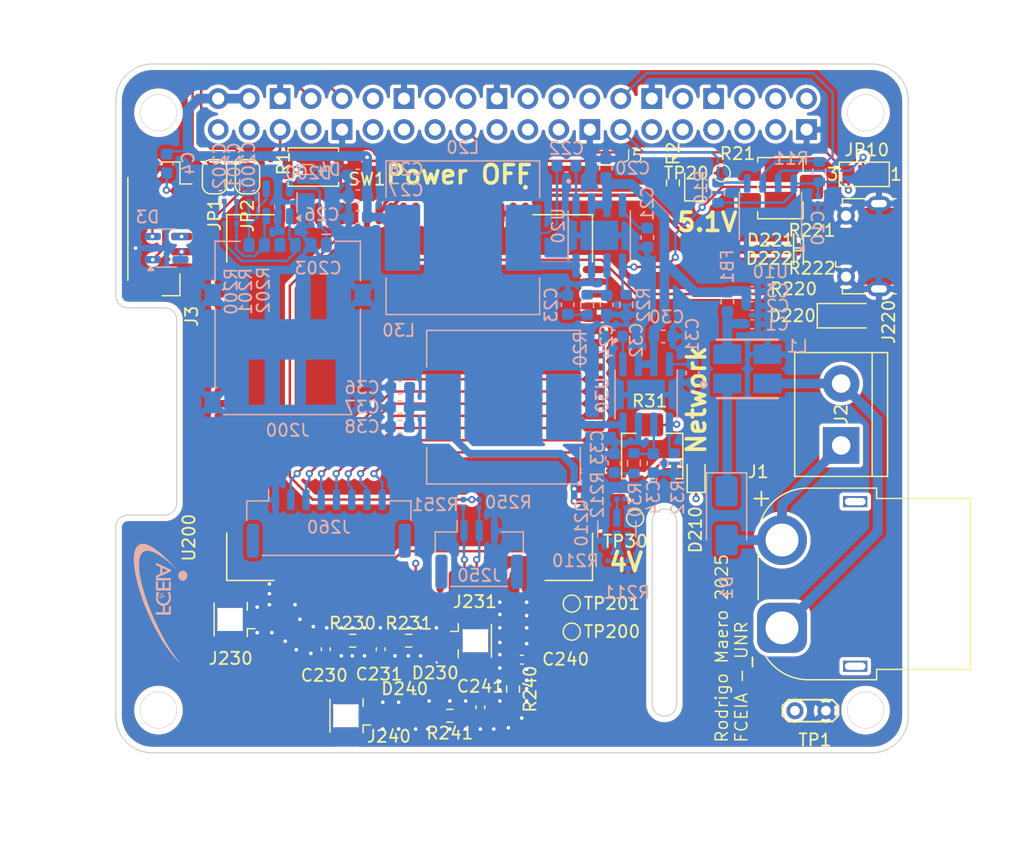
<source format=kicad_pcb>
(kicad_pcb (version 20241229) (generator "pcbnew") (generator_version "9.0")
  (layers (0 "F.Cu" signal) (2 "B.Cu" signal) (13 "F.Paste" user) (15 "B.Paste" user) (5 "F.SilkS" user "F.Silkscreen") (7 "B.SilkS" user "B.Silkscreen") (1 "F.Mask" user) (3 "B.Mask" user) (25 "Edge.Cuts" user))
  (net 0 "")
  (net 1 "GND")
  (net 2 "VCC_BATT")
  (net 3 "+5V")
  (net 4 "Net-(D1-A)")
  (net 5 "USIM_DATA")
  (net 6 "USIM_CLK")
  (net 7 "USIM_RST")
  (net 8 "USIM_VCC")
  (net 9 "Net-(U20-SS)")
  (net 10 "GPIO 3")
  (net 11 "UART0 RX")
  (net 12 "GPIO 13")
  (net 13 "UART0 TX")
  (net 14 "Net-(U20-BST)")
  (net 15 "Net-(U20-SW)")
  (net 16 "Net-(C23-Pad1)")
  (net 17 "Net-(U20-COMP)")
  (net 18 "Net-(C231-Pad1)")
  (net 19 "+5VP")
  (net 20 "Net-(C241-Pad1)")
  (net 21 "Net-(J200-RST)")
  (net 22 "Net-(J200-CLK)")
  (net 23 "GPIO 7")
  (net 24 "GPIO 10")
  (net 25 "GPIO 5")
  (net 26 "GPIO 6")
  (net 27 "GPIO 18")
  (net 28 "GPIO 16")
  (net 29 "GPIO 24")
  (net 30 "GPIO 8")
  (net 31 "GPIO 4")
  (net 32 "GPIO 9")
  (net 33 "GPIO 12")
  (net 34 "GPIO 11")
  (net 35 "GPIO 22")
  (net 36 "GPIO 19")
  (net 37 "GPIO 23")
  (net 38 "GPIO 27")
  (net 39 "Net-(J200-I{slash}O)")
  (net 40 "GPIO 25")
  (net 41 "GPIO 21")
  (net 42 "GPIO 20")
  (net 43 "GPIO 26")
  (net 44 "GPIO 17")
  (net 45 "GPIO 2")
  (net 46 "AUX_ANT")
  (net 47 "MAIN_ANT")
  (net 48 "Net-(U30-SS)")
  (net 49 "Net-(U30-SW)")
  (net 50 "Net-(U30-BST)")
  (net 51 "Net-(U30-COMP)")
  (net 52 "+4V")
  (net 53 "Net-(U30-FB)")
  (net 54 "TX_PX")
  (net 55 "RX_PX")
  (net 56 "I2C_SCL")
  (net 57 "Net-(D210-K)")
  (net 58 "VBUS")
  (net 59 "USB_D+")
  (net 60 "Net-(C1-Pad1)")
  (net 61 "Net-(D230-A2)")
  (net 62 "Net-(D240-A2)")
  (net 64 "Net-(J220-VBUS)")
  (net 66 "GSM_UART_RTS")
  (net 67 "GSM_UART_DTR")
  (net 68 "GSM_UART_DCD")
  (net 69 "I2C_SDA")
  (net 70 "GSM_UART_RI")
  (net 71 "+3V3")
  (net 72 "+1V8")
  (net 73 "NET_LED")
  (net 74 "EEPROM_SDA")
  (net 75 "EEPROM_SCL")
  (net 76 "GSM_UART_CTS")
  (net 77 "GSM_UART_TX")
  (net 78 "GSM_UART_RX")
  (net 79 "Net-(JP10-C)")
  (net 80 "Net-(U20-FB)")
  (net 81 "Net-(Q210-B)")
  (net 82 "Net-(U200-BOOT_CFG0)")
  (net 83 "Net-(U200-STATUS)")
  (net 106 "GNSS_ANT")
  (net 125 "PX_I2C_SCL")
  (net 126 "PX_I2C_DA")
  (net 127 "Net-(C33-Pad1)")
  (net 128 "Net-(D2-K)")
  (net 129 "Net-(Q210-C)")
  (net 130 "Net-(D1-K)")
  (net 131 "Net-(D4-K)")
  (net 132 "Net-(J1-Pin_1)")
  (net 133 "Net-(J220-D-)")
  (net 134 "Net-(J220-D+)")
  (net 135 "USB_D-")
  (footprint "LED_SMD:LED_0603_1608Metric" (layer "F.Cu") (at 169.9 102 90)
    (property "Reference" "D2" (hide yes))
    (property "Value" "LED")
  )
  (footprint "Jumper:SolderJumper-2_P1.3mm_Bridged_RoundedPad1.0x1.5mm" (layer "F.Cu") (at 133.3 101.5 -90)
    (property "Reference" "JP2")
    (property "Value" "Jumper_2_Bridged")
  )
  (footprint "Resistor_SMD:R_0201_0603Metric" (layer "F.Cu") (at 180.5 110.8 -90)
    (property "Reference" "R220")
    (property "Value" "0R")
  )
  (footprint "Resistor_SMD:R_0201_0603Metric" (layer "F.Cu") (at 180.2 107.1 180)
    (property "Reference" "R221")
    (property "Value" "22R")
  )
  (footprint "Diode_SMD:D_0402_1005Metric" (layer "F.Cu") (at 147.0962 145.034121 -90)
    (property "Reference" "D240")
    (property "Value" "SMAJ8.5CA")
  )
  (footprint "Capacitor_SMD:C_0402_1005Metric_Pad0.74x0.62mm_HandSolder" (layer "F.Cu") (at 139.724638 140.256433 -90)
    (property "Reference" "C230")
    (property "Value" "C")
  )
  (footprint "TestPoint:TestPoint_Pad_D1.0mm" (layer "F.Cu") (at 172.2 101.2)
    (property "Reference" "TP20")
    (property "Value" "TestPoint")
  )
  (footprint "Jumper:SolderJumper-2_P1.3mm_Bridged_RoundedPad1.0x1.5mm" (layer "F.Cu") (at 130.6 101.5 -90)
    (property "Reference" "JP1")
    (property "Value" "Jumper_2_Bridged")
  )
  (footprint "Resistor_SMD:R_0201_0603Metric" (layer "F.Cu") (at 180.208503 107.851776 180)
    (property "Reference" "R222")
    (property "Value" "22R")
  )
  (footprint "Diode_SMD:D_SOD-923" (layer "F.Cu") (at 178.5 108.2 -90)
    (property "Reference" "D222")
    (property "Value" "ESD9L5.0ST5G")
  )
  (footprint "Connector_USB:USB_Micro-B_Molex-105017-0001" (layer "F.Cu") (at 183.8625 107.2 90)
    (property "Reference" "J220")
    (property "Value" "USB_B_Micro")
  )
  (footprint "TestPoint:TestPoint_Pad_D1.0mm" (layer "F.Cu") (at 165.1 129.5)
    (property "Reference" "TP30")
    (property "Value" "TestPoint")
  )
  (footprint "Resistor_SMD:R_0603_1608Metric_Pad0.98x0.95mm_HandSolder" (layer "F.Cu") (at 141.924638 139.556433)
    (property "Reference" "R230")
    (property "Value" "0 R")
  )
  (footprint "Connector_Coaxial:U.FL_Hirose_U.FL-R-SMT-1_Vertical" (layer "F.Cu") (at 141.9 145.7125 180)
    (property "Reference" "J240")
    (property "Value" "Conn_Coaxial")
  )
  (footprint "TestPoint:TestPoint_2Pads_Pitch2.54mm_Drill0.8mm" (layer "F.Cu") (at 180.75 145.3 180)
    (property "Reference" "TP1")
    (property "Value" "TestPoint")
  )
  (footprint "Connector_JST:JST_GH_SM06B-GHS-TB_1x06-1MP_P1.25mm_Horizontal" (layer "F.Cu") (at 126.05 105.775 -90)
    (property "Reference" "J3")
    (property "Value" "J1_PX_Socket" (hide yes))
  )
  (footprint "Connector_Coaxial:U.FL_Hirose_U.FL-R-SMT-1_Vertical" (layer "F.Cu") (at 132.4 137.8125 180)
    (property "Reference" "J230")
    (property "Value" "Conn_Coaxial")
  )
  (footprint "Resistor_SMD:R_0603_1608Metric" (layer "F.Cu") (at 168.2 102 90)
    (property "Reference" "R2")
    (property "Value" "270R")
  )
  (footprint "Button_Switch_SMD:SW_Push_SPST_NO_Alps_SKRK" (layer "F.Cu") (at 138.7 100.7)
    (property "Reference" "SW1")
    (property "Value" "SW_Push")
  )
  (footprint "Capacitor_SMD:C_0402_1005Metric_Pad0.74x0.62mm_HandSolder" (layer "F.Cu") (at 152.4 145.0125 90)
    (property "Reference" "C241")
    (property "Value" "C")
  )
  (footprint "Diode_SMD:D_SOD-923" (layer "F.Cu") (at 178.5 106.7 90)
    (property "Reference" "D221")
    (property "Value" "ESD9L5.0ST5G")
  )
  (footprint "Resistor_SMD:R_0201_0603Metric" (layer "F.Cu") (at 135.2 100.4 -90)
    (property "Reference" "R1")
    (property "Value" "270R")
  )
  (footprint "TestPoint:TestPoint_Pad_D1.0mm" (layer "F.Cu") (at 159.9 138.8125)
    (property "Reference" "TP200")
    (property "Value" "TestPoint")
  )
  (footprint "SIM7600:XCVR_SIM7600E" (layer "F.Cu") (at 146.6 119.6125 -90)
    (property "Reference" "U200")
    (property "Value" "SIM7600E")
  )
  (footprint "TestPoint:TestPoint_Pad_D1.0mm" (layer "F.Cu") (at 159.9 136.5125)
    (property "Reference" "TP201")
    (property "Value" "TestPoint")
  )
  (footprint "LED_SMD:LED_0603_1608Metric" (layer "F.Cu") (at 170.1 125.9 90)
    (property "Reference" "D210")
    (property "Value" "LED")
  )
  (footprint "HAT template:RPI_Hat_B+" (layer "F.Cu") (at 155 96.25)
    (property "Reference" "J5")
    (property "Value" "RPi_GPIO")
    (fp_line (start -32.5 -1) (end -32.5 15) (stroke (width 0.1)) (layer "Edge.Cuts"))
    (fp_line (start -32.5 34) (end -32.5 49.5) (stroke (width 0.1)) (layer "Edge.Cuts"))
    (fp_line (start -31.5 16) (end -28.5 16) (stroke (width 0.1)) (layer "Edge.Cuts"))
    (fp_line (start -31.5 33) (end -28.5 33) (stroke (width 0.1)) (layer "Edge.Cuts"))
    (fp_line (start -29.5 -4) (end 29.5 -4) (stroke (width 0.1)) (layer "Edge.Cuts"))
    (fp_line (start -29.5 52.5) (end 29.5 52.5) (stroke (width 0.1)) (layer "Edge.Cuts"))
    (fp_line (start -27.5 17) (end -27.5 32) (stroke (width 0.1)) (layer "Edge.Cuts"))
    (fp_line (start 11.5 33.5) (end 11.5 48.5) (stroke (width 0.1)) (layer "Edge.Cuts"))
    (fp_line (start 13.5 33.5) (end 13.5 48.5) (stroke (width 0.1)) (layer "Edge.Cuts"))
    (fp_line (start 32.5 -1) (end 32.5 49.5) (stroke (width 0.1)) (layer "Edge.Cuts"))
    (fp_arc (start -32.5 -1) (mid -31.62132 -3.12132) (end -29.5 -4) (stroke (width 0.1)) (layer "Edge.Cuts"))
    (fp_arc (start -32.5 34) (mid -32.207107 33.292893) (end -31.5 33) (stroke (width 0.1)) (layer "Edge.Cuts"))
    (fp_arc (start -31.5 16) (mid -32.207107 15.707107) (end -32.5 15) (stroke (width 0.1)) (layer "Edge.Cuts"))
    (fp_arc (start -29.5 52.5) (mid -31.62132 51.62132) (end -32.5 49.5) (stroke (width 0.1)) (layer "Edge.Cuts"))
    (fp_arc (start -28.5 16) (mid -27.792893 16.292893) (end -27.5 17) (stroke (width 0.1)) (layer "Edge.Cuts"))
    (fp_arc (start -27.5 32) (mid -27.792893 32.707107) (end -28.5 33) (stroke (width 0.1)) (layer "Edge.Cuts"))
    (fp_arc (start 11.5 33.5) (mid 12.5 32.5) (end 13.5 33.5) (stroke (width 0.1)) (layer "Edge.Cuts"))
    (fp_arc (start 13.5 48.5) (mid 12.5 49.5) (end 11.5 48.5) (stroke (width 0.1)) (layer "Edge.Cuts"))
    (fp_arc (start 29.5 -4) (mid 31.62132 -3.12132) (end 32.5 -1) (stroke (width 0.1)) (layer "Edge.Cuts"))
    (fp_arc (start 32.5 49.5) (mid 31.62132 51.62132) (end 29.5 52.5) (stroke (width 0.1)) (layer "Edge.Cuts"))
    (fp_circle (center -29 0) (end -30.500001 -0.000001) (stroke (width 0.05)) (fill no) (layer "Edge.Cuts"))
    (fp_circle (center -29 49) (end -30.500001 49.000001) (stroke (width 0.05)) (fill no) (layer "Edge.Cuts"))
    (fp_circle (center 29 0) (end 30.500001 -0.000001) (stroke (width 0.05)) (fill no) (layer "Edge.Cuts"))
    (fp_circle (center 29 49) (end 30.500001 49.000001) (stroke (width 0.05)) (fill no) (layer "Edge.Cuts"))
  )
  (footprint "Potentiometer_SMD:Potentiometer_Bourns_3214X_Vertical" (layer "F.Cu") (at 177.015427 102.335603 90)
    (property "Reference" "R21")
    (property "Value" "200k")
  )
  (footprint "Resistor_SMD:R_0603_1608Metric_Pad0.98x0.95mm_HandSolder" (layer "F.Cu") (at 149.9 145.7125 180)
    (property "Reference" "R241")
    (property "Value" "0 R")
  )
  (footprint "Connector_AMASS:AMASS_XT60PW-F_1x02_P7.20mm_Horizontal" (layer "F.Cu") (at 177.15 138.5 -90)
    (property "Reference" "J1")
    (property "Value" "Conn_01x02_Socket" (hide yes))
  )
  (footprint "Diode_SMD:D_SOD-123" (layer "F.Cu") (at 182.4 112.9)
    (property "Reference" "D220")
    (property "Value" "MMSZ5231BT1G")
  )
  (footprint "Resistor_SMD:R_0603_1608Metric_Pad0.98x0.95mm_HandSolder" (layer "F.Cu") (at 155.08634 143.5235 -90)
    (property "Reference" "R240")
    (property "Value" "0 R")
  )
  (footprint "Resistor_SMD:R_0603_1608Metric_Pad0.98x0.95mm_HandSolder" (layer "F.Cu") (at 146.524638 139.556433)
    (property "Reference" "R231")
    (property "Value" "0 R")
  )
  (footprint "Jumper:SolderJumper-3_P1.3mm_Open_Pad1.0x1.5mm_NumberLabels" (layer "F.Cu") (at 183.9 101.3 180)
    (property "Reference" "JP10")
    (property "Value" "SolderJumper_3_Open")
  )
  (footprint "Capacitor_SMD:C_0402_1005Metric_Pad0.74x0.62mm_HandSolder" (layer "F.Cu") (at 155.8 141.1125)
    (property "Reference" "C240")
    (property "Value" "C")
  )
  (footprint "Diode_SMD:D_0402_1005Metric" (layer "F.Cu") (at 148.824638 140.245771 90)
    (property "Reference" "D230")
    (property "Value" "SMAJ8.5CA")
  )
  (footprint "Capacitor_SMD:C_0402_1005Metric_Pad0.74x0.62mm_HandSolder" (layer "F.Cu") (at 144.224638 140.256433 -90)
    (property "Reference" "C231")
    (property "Value" "C")
  )
  (footprint "Connector_Coaxial:U.FL_Hirose_U.FL-R-SMT-1_Vertical" (layer "F.Cu") (at 151.474638 139.556433)
    (property "Reference" "J231")
    (property "Value" "Conn_Coaxial")
  )
  (footprint "Potentiometer_SMD:Potentiometer_Bourns_3214X_Vertical" (layer "F.Cu") (at 166.4 124.4 180)
    (property "Reference" "R31")
    (property "Value" "200k")
  )
  (footprint "TerminalBlock:TerminalBlock_bornier-2_P5.08mm" (layer "F.Cu") (at 182 123.54 90)
    (property "Reference" "J2")
    (property "Value" "Screw_Terminal_01x02" (hide yes))
  )
  (footprint "Resistor_SMD:R_0201_0603Metric" (layer "B.Cu") (at 132.4 105 -90)
    (property "Reference" "R201")
    (property "Value" "22R")
  )
  (footprint "regulador BUCK:SOIC127P600X170-9N" (layer "B.Cu") (at 166 119.355 -90)
    (property "Reference" "U30")
    (property "Value" "AP64501SP-13")
  )
  (footprint "Capacitor_SMD:C_0402_1005Metric" (layer "B.Cu") (at 174.7 110.870329)
    (property "Reference" "C3")
    (property "Value" "100 uF 16V")
  )
  (footprint "Capacitor_SMD:C_0603_1608Metric" (layer "B.Cu") (at 169.8 117.6 -90)
    (property "Reference" "C31")
    (property "Value" "10 nF")
  )
  (footprint "Capacitor_SMD:C_0603_1608Metric" (layer "B.Cu") (at 166.1 106.485 -90)
    (property "Reference" "C21")
    (property "Value" "10 nF")
  )
  (footprint "Capacitor_SMD:C_0603_1608Metric" (layer "B.Cu") (at 145.825 118.8 180)
    (property "Reference" "C36")
    (property "Value" "22 uF")
  )
  (footprint "Resistor_SMD:R_0603_1608Metric" (layer "B.Cu") (at 168.3 125 -90)
    (property "Reference" "R32")
    (property "Value" "22.1 k")
  )
  (footprint "Package_TO_SOT_SMD:SOT-23" (layer "B.Cu") (at 163.6 130.4 90)
    (property "Reference" "Q210")
    (property "Value" "Q_NPN")
  )
  (footprint "Inductor_SMD:L_12x12mm_H8mm" (layer "B.Cu") (at 150.965 106.5 180)
    (property "Reference" "L20")
    (property "Value" "3.6uH")
  )
  (footprint "Capacitor_SMD:C_0603_1608Metric" (layer "B.Cu") (at 145.8 120.4 180)
    (property "Reference" "C37")
    (property "Value" "22 uF")
  )
  (footprint "Package_TO_SOT_SMD:SOT-23-5" (layer "B.Cu") (at 135.8 103.6 90)
    (property "Reference" "D200")
    (property "Value" "ESDS304")
  )
  (footprint "Capacitor_SMD:C_0603_1608Metric" (layer "B.Cu") (at 159.465 100.6 180)
    (property "Reference" "C22")
    (property "Value" "100nF")
  )
  (footprint "Capacitor_SMD:C_0603_1608Metric" (layer "B.Cu") (at 163.4 125 90)
    (property "Reference" "C33")
    (property "Value" "2.7 nF")
  )
  (footprint "Resistor_SMD:R_0201_0603Metric" (layer "B.Cu") (at 163.9 127.937073 180)
    (property "Reference" "R212")
    (property "Value" "300R")
  )
  (footprint "Resistor_SMD:R_0603_1608Metric" (layer "B.Cu") (at 161.165 112 -90)
    (property "Reference" "R20")
    (property "Value" "15.8 k")
  )
  (footprint "LOGO" (layer "B.Cu") (at 126 136.6 90)
    (property "Reference" "G***" (hide yes))
    (property "Value" "LOGO" (hide yes))
  )
  (footprint "Resistor_SMD:R_0201_0603Metric" (layer "B.Cu") (at 151 128.3 -90)
    (property "Reference" "R251")
    (property "Value" "2.2 k")
  )
  (footprint "Capacitor_SMD:C_0402_1005Metric" (layer "B.Cu") (at 174.7 112.1)
    (property "Reference" "C2")
    (property "Value" "100 nF")
  )
  (footprint "regulador BUCK:SOIC127P600X170-9N" (layer "B.Cu") (at 162.155 106.31 -90)
    (property "Reference" "U20")
    (property "Value" "AP64501SP-13" (hide yes))
  )
  (footprint "Capacitor_SMD:C_0402_1005Metric" (layer "B.Cu") (at 174.7 113.6)
    (property "Reference" "C1")
    (property "Value" "100 nF")
  )
  (footprint "Package_TO_SOT_SMD:SOT-23-5" (layer "B.Cu") (at 126.666293 107.350279)
    (property "Reference" "D3")
    (property "Value" "ESDS304")
  )
  (footprint "Capacitor_SMD:C_0603_1608Metric" (layer "B.Cu") (at 142.365 103.1 180)
    (property "Reference" "C27")
    (property "Value" "22 uF")
  )
  (footprint "Resistor_SMD:R_0201_0603Metric" (layer "B.Cu") (at 163.2 133)
    (property "Reference" "R210")
    (property "Value" "10 k")
  )
  (footprint "Connector_JST:JST_GH_BM08B-GHS-TBT_1x08-1MP_P1.25mm_Vertical" (layer "B.Cu") (at 139.975 129.95)
    (property "Reference" "J260")
    (property "Value" "Conn_01x08_Socket")
  )
  (footprint "Capacitor_SMD:C_0603_1608Metric" (layer "B.Cu") (at 163.3 114.6 180)
    (property "Reference" "C32")
    (property "Value" "100nF")
  )
  (footprint "Capacitor_SMD:C_0201_0603Metric" (layer "B.Cu") (at 132.4 103.2 90)
    (property "Reference" "C201")
    (property "Value" "22 pF")
  )
  (footprint "Resistor_SMD:R_0201_0603Metric" (layer "B.Cu") (at 133.4 105 -90)
    (property "Reference" "R202")
    (property "Value" "22R")
  )
  (footprint "Capacitor_SMD:C_0201_0603Metric" (layer "B.Cu") (at 180.1 103.4 -90)
    (property "Reference" "C10")
    (property "Value" "C")
  )
  (footprint "Package_SO:JEITA_SOIC-8_3.9x4.9mm_P1.27mm" (layer "B.Cu") (at 176.2 104.7 90)
    (property "Reference" "U10")
    (property "Value" "CAT24C128")
  )
  (footprint "Capacitor_SMD:C_0603_1608Metric" (layer "B.Cu") (at 159.565 112 90)
    (property "Reference" "C23")
    (property "Value" "2.7 nF")
  )
  (footprint "Capacitor_SMD:C_0603_1608Metric" (layer "B.Cu") (at 142.365 101.4 180)
    (property "Reference" "C28")
    (property "Value" "22 uF")
  )
  (footprint "Connector_Card:nanoSIM_GCT_SIM8060-6-0-14-00" (layer "B.Cu") (at 136.6 113.9 180)
    (property "Reference" "J200")
    (property "Value" "SIM_Card_Shielded")
  )
  (footprint "Resistor_SMD:R_0201_0603Metric" (layer "B.Cu") (at 164.5 133.3 90)
    (property "Reference" "R211")
    (property "Value" "10 k")
  )
  (footprint "Capacitor_SMD:C_0603_1608Metric" (layer "B.Cu") (at 142.365 104.8 180)
    (property "Reference" "C26")
    (property "Value" "22 uF")
  )
  (footprint "Resistor_SMD:R_0603_1608Metric" (layer "B.Cu") (at 165 125 -90)
    (property "Reference" "R30")
    (property "Value" "15.8 k")
  )
  (footprint "Resistor_SMD:R_0201_0603Metric" (layer "B.Cu") (at 152.3 128.3 -90)
    (property "Reference" "R250")
    (property "Value" "2.2 k")
  )
  (footprint "Capacitor_SMD:C_0201_0603Metric" (layer "B.Cu") (at 131.4 103.2 90)
    (property "Reference" "C202")
    (property "Value" "22 pF")
  )
  (footprint "Capacitor_SMD:C_0603_1608Metric" (layer "B.Cu") (at 167.4 114.6)
    (property "Reference" "C30")
    (property "Value" "10 uF")
  )
  (footprint "Capacitor_SMD:C_0603_1608Metric" (layer "B.Cu") (at 145.8 122 180)
    (property "Reference" "C38")
    (property "Value" "22 uF")
  )
  (footprint "Common mode CHOKE:FIL_SRF0504-191Y" (layer "B.Cu") (at 174.312958 117.257829)
    (property "Reference" "L1")
    (property "Value" "SRF0504-191Y")
  )
  (footprint "Inductor_SMD:L_12x12mm_H8mm" (layer "B.Cu") (at 154.3 120.4 180)
    (property "Reference" "L30")
    (property "Value" "3.6uH")
  )
  (footprint "Capacitor_SMD:C_0201_0603Metric" (layer "B.Cu") (at 133.4 103.2 90)
    (property "Reference" "C200")
    (property "Value" "22 pF")
  )
  (footprint "Capacitor_SMD:C_0603_1608Metric" (layer "B.Cu") (at 162.7 100.8 90)
    (property "Reference" "C20")
    (property "Value" "10 uF")
  )
  (footprint "Resistor_SMD:R_0603_1608Metric" (layer "B.Cu") (at 180.2 101.1 90)
    (property "Reference" "R11")
    (property "Value" "1 k")
  )
  (footprint "Resistor_SMD:R_0603_1608Metric" (layer "B.Cu") (at 164.365 112 -90)
    (property "Reference" "R22")
    (property "Value" "22.1 k")
  )
  (footprint "Diode_SMD:D_SMA" (layer "B.Cu") (at 172.6 129.3 -90)
    (property "Reference" "D1")
    (property "Value" "D")
  )
  (footprint "Connector_JST:JST_GH_BM03B-GHS-TBT_1x03-1MP_P1.25mm_Vertical" (layer "B.Cu") (at 152.310877 132.494141)
    (property "Reference" "J250")
    (property "Value" "Conn_01x03_Socket")
  )
  (footprint "Diode_SMD:D_SOD-923" (layer "B.Cu") (at 138.2 100.9)
    (property "Reference" "D4")
    (property "Value" "MMSZ5231BT1G")
  )
  (footprint "Inductor_SMD:L_0603_1608Metric" (layer "B.Cu") (at 172.664662 111.761221 90)
    (property "Reference" "FB1")
    (property "Value" "MPZ1608S300ATAH0")
  )
  (footprint "Capacitor_SMD:C_0201_0603Metric" (layer "B.Cu") (at 138.9 105.5 180)
    (property "Reference" "C203")
    (property "Value" "100 nF")
  )
  (footprint "Resistor_SMD:R_0201_0603Metric" (layer "B.Cu") (at 131.4 105 -90)
    (property "Reference" "R200")
    (property "Value" "22R")
  )
  (footprint "Capacitor_SMD:C_0603_1608Metric" (layer "B.Cu") (at 162.765 112 -90)
    (property "Reference" "C24")
    (property "Value" "33 pF")
  )
  (footprint "Resistor_SMD:R_0603_1608Metric" (layer "B.Cu") (at 171.9 102.8 90)
    (property "Reference" "R10")
    (property "Value" "1 k")
  )
  (footprint "Capacitor_SMD:C_0603_1608Metric" (layer "B.Cu") (at 126.675 100.4 -90)
    (property "Reference" "C4")
    (property "Value" "100pF" (hide yes))
  )
  (footprint "Capacitor_SMD:C_0603_1608Metric" (layer "B.Cu") (at 166.6 125 -90)
    (property "Reference" "C34")
    (property "Value" "33 pF")
  )
  (gr_text "Network" (at 171 124.4 90) (layer "F.SilkS") (effects (font (size 1.5 1.5) (thickness 0.3) (bold yes)) (justify left bottom)))
  (gr_text "5.1V" (at 168.4 106.1 0) (layer "F.SilkS") (effects (font (size 1.5 1.5) (thickness 0.3) (bold yes)) (justify left bottom)))
  (gr_text "Rodrigo Maero 2025\nFCEIA - UNR" (at 174.4 148 90) (layer "F.SilkS") (effects (font (size 1 1) (thickness 0.125)) (justify left bottom)))
  (gr_text "Power OFF" (at 144.5 102.2 0) (layer "F.SilkS") (effects (font (size 1.5 1.5) (thickness 0.3) (bold yes)) (justify left bottom)))
  (gr_text "4V" (at 162.8 134 0) (layer "F.SilkS") (effects (font (size 1.5 1.5) (thickness 0.3) (bold yes)) (justify left bottom)))
  (segment (start 161.38 97.628) (end 161.442 97.628) (width 0.2) (layer "F.Cu") (net 1))
  (segment (start 161.38 97.62) (end 161.38 97.628) (width 0.2) (layer "F.Cu") (net 1))
  (via (at 141.9 140.8) (size 0.6) (drill 0.3) (layers "F.Cu" "B.Cu") (net 1))
  (via (at 156.2 136.4) (size 0.6) (drill 0.3) (layers "F.Cu" "B.Cu") (net 1))
  (via (at 154 142.9) (size 0.6) (drill 0.3) (layers "F.Cu" "B.Cu") (net 1))
  (via (at 147.5 138.5) (size 0.6) (drill 0.3) (layers "F.Cu" "B.Cu") (net 1))
  (via (at 145.4 138.5) (size 0.6) (drill 0.3) (layers "F.Cu" "B.Cu") (net 1))
  (via (at 151.2 144.5) (size 0.6) (drill 0.3) (layers "F.Cu" "B.Cu") (net 1))
  (via (at 156.2 138.5) (size 0.6) (drill 0.3) (layers "F.Cu" "B.Cu") (net 1))
  (via (at 141.9 138.5) (size 0.6) (drill 0.3) (layers "F.Cu" "B.Cu") (net 1))
  (via (at 137.6 137.8) (size 0.6) (drill 0.3) (layers "F.Cu" "B.Cu") (net 1))
  (via (at 148.8 138.5) (size 0.6) (drill 0.3) (layers "F.Cu" "B.Cu") (net 1))
  (via (at 156.2 143.5) (size 0.6) (drill 0.3) (layers "F.Cu" "B.Cu") (net 1))
  (via (at 139.8 138.5) (size 0.6) (drill 0.3) (layers "F.Cu" "B.Cu") (net 1))
  (via (at 135.1 134.9) (size 0.6) (drill 0.3) (layers "F.Cu" "B.Cu") (net 1))
  (via (at 144.2 138.5) (size 0.6) (drill 0.3) (layers "F.Cu" "B.Cu") (net 1))
  (via (at 142.9 138.5) (size 0.6) (drill 0.3) (layers "F.Cu" "B.Cu") (net 1))
  (via (at 156.2 139.8) (size 0.6) (drill 0.3) (layers "F.Cu" "B.Cu") (net 1))
  (via (at 135.3 138.9) (size 0.6) (drill 0.3) (layers "F.Cu" "B.Cu") (net 1))
  (via (at 145.7 144.6) (size 0.6) (drill 0.3) (layers "F.Cu" "B.Cu") (net 1))
  (via (at 146.5 138.5) (size 0.6) (drill 0.3) (layers "F.Cu" "B.Cu") (net 1))
  (via (at 154 138.5) (size 0.6) (drill 0.3) (layers "F.Cu" "B.Cu") (net 1))
  (via (at 135.1 135.7) (size 0.6) (drill 0.3) (layers "F.Cu" "B.Cu") (net 1))
  (via (at 156.2 141.9) (size 0.6) (drill 0.3) (layers "F.Cu" "B.Cu") (net 1))
  (via (at 147.5 140.8) (size 0.6) (drill 0.3) (layers "F.Cu" "B.Cu") (net 1))
  (via (at 152.4 146.8) (size 0.6) (drill 0.3) (layers "F.Cu" "B.Cu") (net 1))
  (via (at 154 143.6) (size 0.6) (drill 0.3) (layers "F.Cu" "B.Cu") (net 1))
  (via (at 149.9 144.5) (size 0.6) (drill 0.3) (layers "F.Cu" "B.Cu") (net 1))
  (via (at 146.5 140.8) (size 0.6) (drill 0.3) (layers "F.Cu" "B.Cu") (net 1))
  (via (at 145.7 146.8) (size 0.6) (drill 0.3) (layers "F.Cu" "B.Cu") (net 1))
  (via (at 154.7 146.7) (size 0.6) (drill 0.3) (layers "F.Cu" "B.Cu") (net 1))
  (via (at 156.2 144.5) (size 0.6) (drill 0.3) (layers "F.Cu" "B.Cu") (net 1))
  (via (at 138.5 140.6) (size 0.6) (drill 0.3) (layers "F.Cu" "B.Cu") (net 1))
  (via (at 151.2 146.8) (size 0.6) (drill 0.3) (layers "F.Cu" "B.Cu") (net 1))
  (via (at 145.4 140.8) (size 0.6) (drill 0.3) (layers "F.Cu" "B.Cu") (net 1))
  (via (at 137.2 136.6) (size 0.6) (drill 0.3) (layers "F.Cu" "B.Cu") (net 1))
  (via (at 135.1 136.6) (size 0.6) (drill 0.3) (layers "F.Cu" "B.Cu") (net 1))
  (via (at 142.9 140.8) (size 0.6) (drill 0.3) (layers "F.Cu" "B.Cu") (net 1))
  (via (at 137.3 140.3) (size 0.6) (drill 0.3) (layers "F.Cu" "B.Cu") (net 1))
  (via (at 141 138.5) (size 0.6) (drill 0.3) (layers "F.Cu" "B.Cu") (net 1))
  (via (at 148.1 146.8) (size 0.6) (drill 0.3) (layers "F.Cu" "B.Cu") (net 1))
  (via (at 156.2 142.8) (size 0.6) (drill 0.3) (layers "F.Cu" "B.Cu") (net 1))
  (via (at 154 141.8) (size 0.6) (drill 0.3) (layers "F.Cu" "B.Cu") (net 1))
  (via (at 134.1 136.8) (size 0.6) (drill 0.3) (layers "F.Cu" "B.Cu") (net 1))
  (via (at 124.116293 107.350279) (size 0.6) (drill 0.3) (layers "F.Cu" "B.Cu") (net 1))
  (via (at 149.9 146.8) (size 0.6) (drill 0.3) (layers "F.Cu" "B.Cu") (net 1))
  (via (at 154 137.4) (size 0.6) (drill 0.3) (layers "F.Cu" "B.Cu") (net 1))
  (via (at 147.1 146.8) (size 0.6) (drill 0.3) (layers "F.Cu" "B.Cu") (net 1))
  (via (at 141 140.8) (size 0.6) (drill 0.3) (layers "F.Cu" "B.Cu") (net 1))
  (via (at 153.5 146.8) (size 0.6) (drill 0.3) (layers "F.Cu" "B.Cu") (net 1))
  (via (at 154 136.4) (size 0.6) (drill 0.3) (layers "F.Cu" "B.Cu") (net 1))
  (via (at 138.7 138.4) (size 0.6) (drill 0.3) (layers "F.Cu" "B.Cu") (net 1))
  (via (at 156.2 137.5) (size 0.6) (drill 0.3) (layers "F.Cu" "B.Cu") (net 1))
  (via (at 154 139.7) (size 0.6) (drill 0.3) (layers "F.Cu" "B.Cu") (net 1))
  (via (at 148.2 144.5) (size 0.6) (drill 0.3) (layers "F.Cu" "B.Cu") (net 1))
  (via (at 154 140.7) (size 0.6) (drill 0.3) (layers "F.Cu" "B.Cu") (net 1))
  (via (at 136.4 139.6) (size 0.6) (drill 0.3) (layers "F.Cu" "B.Cu") (net 1))
  (via (at 154 144.5) (size 0.6) (drill 0.3) (layers "F.Cu" "B.Cu") (net 1))
  (via (at 155.8 145.9) (size 0.6) (drill 0.3) (layers "F.Cu" "B.Cu") (net 1))
  (via (at 144.4 144.6) (size 0.6) (drill 0.3) (layers "F.Cu" "B.Cu") (net 1))
  (via (at 144.4 146.8) (size 0.6) (drill 0.3) (layers "F.Cu" "B.Cu") (net 1))
  (via (at 134.1 138.9) (size 0.6) (drill 0.3) (layers "F.Cu" "B.Cu") (net 1))
  (segment (start 135.8 104.7375) (end 135.8 103.6) (width 0.2) (layer "B.Cu") (net 1))
  (segment (start 125.528793 107.350279) (end 124.116293 107.350279) (width 0.2) (layer "B.Cu") (net 1))
  (segment (start 162.79 103.835) (end 161.52 103.835) (width 0.6) (layer "B.Cu") (net 2))
  (segment (start 169.999514 110.973721) (end 172.664662 110.973721) (width 0.8) (layer "B.Cu") (net 2))
  (segment (start 166.635 116.88) (end 165.365 116.88) (width 0.6) (layer "B.Cu") (net 2))
  (segment (start 167.499 108.473207) (end 169.999514 110.973721) (width 0.8) (layer "B.Cu") (net 2))
  (segment (start 162.7 101.575) (end 162.7 102.006503) (width 0.8) (layer "B.Cu") (net 2))
  (segment (start 164.8 102.1) (end 162.793497 102.1) (width 0.8) (layer "B.Cu") (net 2))
  (segment (start 167.6 113.1) (end 167.6 113) (width 0.8) (layer "B.Cu") (net 2))
  (segment (start 166.625 116.87) (end 166.635 116.88) (width 0.6) (layer "B.Cu") (net 2))
  (segment (start 174.22 110.870329) (end 172.768054 110.870329) (width 0.8) (layer "B.Cu") (net 2))
  (segment (start 162.7 102.006503) (end 162.793497 102.1) (width 0.8) (layer "B.Cu") (net 2))
  (segment (start 162.793497 102.1) (end 162.793497 103.831503) (width 0.8) (layer "B.Cu") (net 2))
  (segment (start 167.6 113) (end 167.499 112.899) (width 0.8) (layer "B.Cu") (net 2))
  (segment (start 166.625 114.6) (end 166.625 116.87) (width 0.6) (layer "B.Cu") (net 2))
  (segment (start 166.625 114.075) (end 167.6 113.1) (width 0.8) (layer "B.Cu") (net 2))
  (segment (start 174.22 112.1) (end 174.22 110.870329) (width 0.8) (layer "B.Cu") (net 2))
  (segment (start 167.499 108.473207) (end 167.499 104.799) (width 0.8) (layer "B.Cu") (net 2))
  (segment (start 172.768054 110.870329) (end 172.664662 110.973721) (width 0.8) (layer "B.Cu") (net 2))
  (segment (start 162.793497 103.831503) (end 162.79 103.835) (width 0.8) (layer "B.Cu") (net 2))
  (segment (start 167.499 104.799) (end 164.8 102.1) (width 0.8) (layer "B.Cu") (net 2))
  (segment (start 167.499 112.899) (end 167.499 108.473207) (width 0.8) (layer "B.Cu") (net 2))
  (segment (start 166.625 114.6) (end 166.625 114.075) (width 0.8) (layer "B.Cu") (net 2))
  (segment (start 143.415 100.2) (end 143.115 99.9) (width 0.2) (layer "F.Cu") (net 3))
  (segment (start 174.465427 101.185603) (end 172.214397 101.185603) (width 0.2) (layer "F.Cu") (net 3))
  (segment (start 172.2 101.2) (end 169.9125 101.2) (width 0.2) (layer "F.Cu") (net 3))
  (segment (start 168.8875 100.2) (end 143.415 100.2) (width 0.2) (layer "F.Cu") (net 3))
  (segment (start 172.214397 101.185603) (end 172.2 101.2) (width 0.2) (layer "F.Cu") (net 3))
  (segment (start 130.9 95.088) (end 130.822 95.088) (width 1.1) (layer "F.Cu") (net 3))
  (segment (start 169.9 101.2125) (end 168.8875 100.2) (width 0.2) (layer "F.Cu") (net 3))
  (segment (start 169.9125 101.2) (end 169.9 101.2125) (width 0.2) (layer "F.Cu") (net 3))
  (via (at 143.115 99.9) (size 0.6) (drill 0.3) (layers "F.Cu" "B.Cu") (net 3))
  (segment (start 128.4 99.1) (end 128.4 96) (width 0.8) (layer "B.Cu") (net 3))
  (segment (start 128.1 99.4) (end 128.4 99.1) (width 0.2) (layer "B.Cu") (net 3))
  (segment (start 128.7 99.4) (end 128.4 99.1) (width 0.8) (layer "B.Cu") (net 3))
  (segment (start 129.1 99.8) (end 143.015 99.8) (width 0.8) (layer "B.Cu") (net 3))
  (segment (start 128.4 96) (end 129.312 95.088) (width 0.8) (layer "B.Cu") (net 3))
  (segment (start 130.9 95.088) (end 133.44 95.088) (width 0.8) (layer "B.Cu") (net 3))
  (segment (start 143.14 103.1) (end 143.14 104.8) (width 0.7) (layer "B.Cu") (net 3))
  (segment (start 126.675 99.625) (end 126.9 99.4) (width 0.2) (layer "B.Cu") (net 3))
  (segment (start 129.312 95.088) (end 130.9 95.088) (width 0.8) (layer "B.Cu") (net 3))
  (segment (start 126.9 99.4) (end 128.1 99.4) (width 0.2) (layer "B.Cu") (net 3))
  (segment (start 143.115 99.9) (end 143.115 103.3) (width 0.8) (layer "B.Cu") (net 3))
  (segment (start 128.7 99.4) (end 129.1 99.8) (width 0.8) (layer "B.Cu") (net 3))
  (segment (start 143.14 104.8) (end 144.315 104.8) (width 0.7) (layer "B.Cu") (net 3))
  (segment (start 143.015 99.8) (end 143.115 99.9) (width 0.8) (layer "B.Cu") (net 3))
  (segment (start 144.315 104.8) (end 146.015 106.5) (width 0.7) (layer "B.Cu") (net 3))
  (segment (start 128.1 99.4) (end 128.7 99.4) (width 0.2) (layer "B.Cu") (net 3))
  (segment (start 177.15 128.39) (end 177.15 131.3) (width 0.8) (layer "B.Cu") (net 4))
  (segment (start 182 123.54) (end 177.15 128.39) (width 0.8) (layer "B.Cu") (net 4))
  (segment (start 177.15 131.3) (end 172.6 131.3) (width 0.8) (layer "B.Cu") (net 4))
  (segment (start 133.4 104) (end 133.4 103.52) (width 0.2) (layer "B.Cu") (net 5))
  (segment (start 133.4 104.68) (end 133.4 104) (width 0.2) (layer "B.Cu") (net 5))
  (segment (start 132.4 104.68) (end 132.4 104.2) (width 0.2) (layer "B.Cu") (net 6))
  (segment (start 132.4 104.2) (end 132.4 103.52) (width 0.2) (layer "B.Cu") (net 6))
  (segment (start 131.4 104.68) (end 131.4 104.2) (width 0.2) (layer "B.Cu") (net 7))
  (segment (start 131.4 104.2) (end 131.4 103.52) (width 0.2) (layer "B.Cu") (net 7))
  (segment (start 136.75 102.4625) (end 137.4 102.4625) (width 0.2) (layer "B.Cu") (net 8))
  (segment (start 139.22 102.72) (end 139.22 105.5) (width 0.2) (layer "B.Cu") (net 8))
  (segment (start 137.4 102.4625) (end 138.9625 102.4625) (width 0.2) (layer "B.Cu") (net 8))
  (segment (start 138.9625 102.4625) (end 139.22 102.72) (width 0.2) (layer "B.Cu") (net 8))
  (segment (start 139.77 106.05) (end 139.77 107.1) (width 0.2) (layer "B.Cu") (net 8))
  (segment (start 139.22 105.5) (end 139.77 106.05) (width 0.2) (layer "B.Cu") (net 8))
  (segment (start 164.06 104.345) (end 164.06 103.835) (width 0.2) (layer "B.Cu") (net 9))
  (segment (start 166.1 105.71) (end 165.425 105.71) (width 0.2) (layer "B.Cu") (net 9))
  (segment (start 165.425 105.71) (end 164.06 104.345) (width 0.2) (layer "B.Cu") (net 9))
  (segment (start 135.98 99.3) (end 135.2 100.08) (width 0.2) (layer "F.Cu") (net 10))
  (segment (start 135.95 97.658) (end 135.98 97.628) (width 0.2) (layer "F.Cu") (net 10))
  (segment (start 135.98 97.628) (end 135.98 99.3) (width 0.2) (layer "F.Cu") (net 10))
  (segment (start 141.06 95.088) (end 138.872 92.9) (width 0.2) (layer "F.Cu") (net 11))
  (segment (start 130.1 92.9) (end 128.8 94.2) (width 0.2) (layer "F.Cu") (net 11))
  (segment (start 138.872 92.9) (end 130.1 92.9) (width 0.2) (layer "F.Cu") (net 11))
  (segment (start 128.8 94.2) (end 128.8 99.05) (width 0.2) (layer "F.Cu") (net 11))
  (segment (start 128.8 99.05) (end 130.6 100.85) (width 0.2) (layer "F.Cu") (net 11))
  (segment (start 129.501 94.399) (end 129.501 98.401) (width 0.2) (layer "F.Cu") (net 13))
  (segment (start 133.3 100.2) (end 133.3 100.85) (width 0.2) (layer "F.Cu") (net 13))
  (segment (start 130.4 93.5) (end 129.501 94.399) (width 0.2) (layer "F.Cu") (net 13))
  (segment (start 132.3 99.2) (end 133.3 100.2) (width 0.2) (layer "F.Cu") (net 13))
  (segment (start 129.501 98.401) (end 130.3 99.2) (width 0.2) (layer "F.Cu") (net 13))
  (segment (start 136.932 93.5) (end 130.4 93.5) (width 0.2) (layer "F.Cu") (net 13))
  (segment (start 138.52 95.088) (end 136.932 93.5) (width 0.2) (layer "F.Cu") (net 13))
  (segment (start 130.3 99.2) (end 132.3 99.2) (width 0.2) (layer "F.Cu") (net 13))
  (segment (start 160.25 103.835) (end 160.25 100.61) (width 0.2) (layer "B.Cu") (net 14))
  (segment (start 158.765 108.785) (end 156.1 108.785) (width 0.7) (layer "B.Cu") (net 15))
  (segment (start 160.25 108.785) (end 158.765 108.785) (width 0.7) (layer "B.Cu") (net 15))
  (segment (start 158.69 105.375) (end 158.69 100.6) (width 0.2) (layer "B.Cu") (net 15))
  (segment (start 157.965 106.1) (end 158.69 105.375) (width 0.2) (layer "B.Cu") (net 15))
  (segment (start 157.065 106.1) (end 157.965 106.1) (width 0.2) (layer "B.Cu") (net 15))
  (segment (start 161.165 112.825) (end 159.615 112.825) (width 0.2) (layer "B.Cu") (net 16))
  (segment (start 159.615 112.825) (end 159.565 112.775) (width 0.2) (layer "B.Cu") (net 16))
  (segment (start 162.765 110.975) (end 161.215 110.975) (width 0.2) (layer "B.Cu") (net 17))
  (segment (start 162.79 111.075) (end 162.79 108.785) (width 0.2) (layer "B.Cu") (net 17))
  (segment (start 145.612138 139.556433) (end 142.837138 139.556433) (width 1) (layer "F.Cu") (net 18))
  (segment (start 127.9 102.65) (end 126.7 102.65) (width 0.2) (layer "F.Cu") (net 19))
  (via (at 126.65 102.6) (size 0.6) (drill 0.3) (layers "F.Cu" "B.Cu") (net 19))
  (segment (start 126.675 102.575) (end 126.65 102.6) (width 0.2) (layer "B.Cu") (net 19))
  (segment (start 126.675 101.675) (end 126.675 102.575) (width 0.2) (layer "B.Cu") (net 19))
  (segment (start 153.96018 145.7235) (end 150.8125 145.7235) (width 1) (layer "F.Cu") (net 20))
  (arc (start 154.711 145.4125) (mid 154.366521 145.642674) (end 153.96018 145.7235) (width 1) (layer "F.Cu") (net 20))
  (arc (start 155.111 144.446815) (mid 155.007043 144.96944) (end 154.711 145.4125) (width 1) (layer "F.Cu") (net 20))
  (segment (start 136.75 106.62) (end 137.23 107.1) (width 0.2) (layer "B.Cu") (net 21))
  (segment (start 132.80479 108.402) (end 136.528 108.402) (width 0.2) (layer "B.Cu") (net 21))
  (segment (start 136.528 108.402) (end 137.23 107.7) (width 0.2) (layer "B.Cu") (net 21))
  (segment (start 137.23 107.7) (end 137.23 107.1) (width 0.2) (layer "B.Cu") (net 21))
  (segment (start 131.4 105.32) (end 131.4 106.99721) (width 0.2) (layer "B.Cu") (net 21))
  (segment (start 136.75 104.7375) (end 136.75 106.62) (width 0.2) (layer "B.Cu") (net 21))
  (segment (start 131.4 106.99721) (end 132.80479 108.402) (width 0.2) (layer "B.Cu") (net 21))
  (segment (start 134.69 107.18011) (end 133.86911 108.001) (width 0.2) (layer "B.Cu") (net 22))
  (segment (start 134.69 104.8975) (end 134.85 104.7375) (width 0.2) (layer "B.Cu") (net 22))
  (segment (start 134.69 107.1) (end 134.69 107.18011) (width 0.2) (layer "B.Cu") (net 22))
  (segment (start 133.86911 108.001) (end 132.97089 108.001) (width 0.2) (layer "B.Cu") (net 22))
  (segment (start 132.4 107.43011) (end 132.4 105.32) (width 0.2) (layer "B.Cu") (net 22))
  (segment (start 132.97089 108.001) (end 133.001 108.001) (width 0.2) (layer "B.Cu") (net 22))
  (segment (start 134.69 107.1) (end 134.69 104.8975) (width 0.2) (layer "B.Cu") (net 22))
  (segment (start 132.97089 108.001) (end 132.4 107.43011) (width 0.2) (layer "B.Cu") (net 22))
  (segment (start 133.42 107.1) (end 133.42 105.34) (width 0.2) (layer "B.Cu") (net 39))
  (segment (start 133.42 105.34) (end 133.4 105.32) (width 0.2) (layer "B.Cu") (net 39))
  (segment (start 133.599999 105.32) (end 134.1 104.819999) (width 0.2) (layer "B.Cu") (net 39))
  (segment (start 133.4 105.32) (end 133.599999 105.32) (width 0.2) (layer "B.Cu") (net 39))
  (segment (start 134.1 104.1) (end 134.85 103.35) (width 0.2) (layer "B.Cu") (net 39))
  (segment (start 134.1 104.819999) (end 134.1 104.1) (width 0.2) (layer "B.Cu") (net 39))
  (segment (start 134.85 103.35) (end 134.85 102.4625) (width 0.2) (layer "B.Cu") (net 39))
  (segment (start 155.1 134.7125) (end 155.1 142.59734) (width 1) (layer "F.Cu") (net 46))
  (segment (start 155.1 142.59734) (end 155.08634 142.611) (width 1) (layer "F.Cu") (net 46))
  (segment (start 141.012138 139.556433) (end 138.762199 139.556433) (width 1) (layer "F.Cu") (net 47))
  (segment (start 133.45 137.8125) (end 136.33561 137.8125) (width 1) (layer "F.Cu") (net 47))
  (segment (start 136.1 136.6675) (end 136.1 134.7125) (width 1) (layer "F.Cu") (net 47))
  (arc (start 139 139.5675) (mid 136.94939 138.71811) (end 136.1 136.6675) (width 1) (layer "F.Cu") (net 47))
  (segment (start 169.745 116.88) (end 169.8 116.825) (width 0.2) (layer "B.Cu") (net 48))
  (segment (start 167.905 116.88) (end 169.745 116.88) (width 0.2) (layer "B.Cu") (net 48))
  (segment (start 160.88 121.83) (end 159.75 120.7) (width 0.7) (layer "B.Cu") (net 49))
  (segment (start 162.525 121.805) (end 162.5 121.83) (width 0.2) (layer "B.Cu") (net 49))
  (segment (start 162.525 114.6) (end 162.525 121.805) (width 0.2) (layer "B.Cu") (net 49))
  (segment (start 162.5 121.83) (end 160.88 121.83) (width 0.6) (layer "B.Cu") (net 49))
  (segment (start 162.5 121.83) (end 164.095 121.83) (width 0.6) (layer "B.Cu") (net 49))
  (segment (start 164.095 114.62) (end 164.075 114.6) (width 0.2) (layer "B.Cu") (net 50))
  (segment (start 164.095 116.88) (end 164.095 114.62) (width 0.2) (layer "B.Cu") (net 50))
  (segment (start 164.05 116.925) (end 164.095 116.88) (width 0.2) (layer "B.Cu") (net 50))
  (segment (start 166.635 124.19) (end 166.6 124.225) (width 0.2) (layer "B.Cu") (net 51))
  (segment (start 166.6 124.225) (end 165.05 124.225) (width 0.2) (layer "B.Cu") (net 51))
  (segment (start 165.05 124.225) (end 165 124.175) (width 0.2) (layer "B.Cu") (net 51))
  (segment (start 166.635 121.83) (end 166.635 124.19) (width 0.2) (layer "B.Cu") (net 51))
  (segment (start 160.1125 127.1125) (end 160.1 127.1) (width 0.6) (layer "F.Cu") (net 52))
  (segment (start 165.2875 127.1125) (end 165.45 126.95) (width 0.2) (layer "F.Cu") (net 52))
  (segment (start 165.1 129.5) (end 165.1 127.1) (width 0.2) (layer "F.Cu") (net 52))
  (segment (start 167.2125 124.9875) (end 165.25 126.95) (width 0.2) (layer "F.Cu") (net 52))
  (segment (start 160.1 128.1) (end 160.1 127.1) (width 0.5) (layer "F.Cu") (net 52))
  (segment (start 161.7 128.1125) (end 160.1125 128.1125) (width 0.5) (layer "F.Cu") (net 52))
  (segment (start 170.4 124.9875) (end 167.2125 124.9875) (width 0.2) (layer "F.Cu") (net 52))
  (segment (start 161.7 127.1125) (end 160.1125 127.1125) (width 0.6) (layer "F.Cu") (net 52))
  (segment (start 161.5 127.1125) (end 165.0875 127.1125) (width 0.2) (layer "F.Cu") (net 52))
  (segment (start 160.1125 128.1125) (end 160.1 128.1) (width 0.5) (layer "F.Cu") (net 52))
  (segment (start 165.1 127.1) (end 165.25 126.95) (width 0.2) (layer "F.Cu") (net 52))
  (segment (start 161.7 128.1125) (end 161.7 127.1125) (width 0.6) (layer "F.Cu") (net 52))
  (via (at 160.1 128.1) (size 0.6) (drill 0.3) (layers "F.Cu" "B.Cu") (net 52))
  (via (at 160.1 127.1) (size 0.6) (drill 0.3) (layers "F.Cu" "B.Cu") (net 52))
  (segment (start 146.6 121.1) (end 146.6 118.9) (width 0.7) (layer "B.Cu") (net 52))
  (segment (start 151.5 124.2) (end 159 124.2) (width 0.6) (layer "B.Cu") (net 52))
  (segment (start 149.35 120.4) (end 149.35 122.05) (width 0.6) (layer "B.Cu") (net 52))
  (segment (start 146.6 118.9) (end 146.625 118.875) (width 0.7) (layer "B.Cu") (net 52))
  (segment (start 160.1 125.3) (end 160.1 127.1) (width 0.6) (layer "B.Cu") (net 52))
  (segment (start 146.6 122.075) (end 146.6 121.1) (width 0.7) (layer "B.Cu") (net 52))
  (segment (start 160.1 127.1) (end 160.1 128.1) (width 0.5) (layer "B.Cu") (net 52))
  (segment (start 146.575 120.4) (end 149.35 120.4) (width 0.6) (layer "B.Cu") (net 52))
  (segment (start 149.35 122.05) (end 151.5 124.2) (width 0.6) (layer "B.Cu") (net 52))
  (segment (start 159 124.2) (end 160.1 125.3) (width 0.6) (layer "B.Cu") (net 52))
  (segment (start 168.45 121.85) (end 168.5 121.8) (width 0.2) (layer "F.Cu") (net 53))
  (segment (start 166.4 121.85) (end 168.45 121.85) (width 0.2) (layer "F.Cu") (net 53))
  (via (at 168.5 121.8) (size 0.6) (drill 0.3) (layers "F.Cu" "B.Cu") (net 53))
  (segment (start 167.905 121.83) (end 167.905 123.78) (width 0.2) (layer "B.Cu") (net 53))
  (segment (start 168.05 122.25) (end 168 122.3) (width 0.2) (layer "B.Cu") (net 53))
  (segment (start 168.5 121.8) (end 167.935 121.8) (width 0.2) (layer "B.Cu") (net 53))
  (segment (start 167.905 123.78) (end 168.3 124.175) (width 0.2) (layer "B.Cu") (net 53))
  (segment (start 168 122.3) (end 167.905 122.205) (width 0.2) (layer "B.Cu") (net 53))
  (segment (start 167.905 122.205) (end 167.905 121.83) (width 0.2) (layer "B.Cu") (net 53))
  (segment (start 167.935 121.8) (end 167.905 121.83) (width 0.2) (layer "B.Cu") (net 53))
  (segment (start 168.475 124.175) (end 168.3 124.175) (width 0.2) (layer "B.Cu") (net 53))
  (segment (start 128.85 103.9) (end 130.6 102.15) (width 0.2) (layer "F.Cu") (net 54))
  (segment (start 127.9 103.9) (end 128.85 103.9) (width 0.2) (layer "F.Cu") (net 54))
  (segment (start 125.5 106.4) (end 125.5 104.7) (width 0.2) (layer "F.Cu") (net 54))
  (segment (start 126.3 103.9) (end 127.9 103.9) (width 0.2) (layer "F.Cu") (net 54))
  (segment (start 125.5 104.7) (end 126.3 103.9) (width 0.2) (layer "F.Cu") (net 54))
  (via (at 125.5 106.4) (size 0.6) (drill 0.3) (layers "F.Cu" "B.Cu") (net 54))
  (segment (start 125.500279 106.400279) (end 125.5 106.4) (width 0.2) (layer "B.Cu") (net 54))
  (segment (start 125.528793 106.400279) (end 125.500279 106.400279) (width 0.2) (layer "B.Cu") (net 54))
  (segment (start 126.4 105.800001) (end 126.4 107.429072) (width 0.2) (layer "F.Cu") (net 55))
  (segment (start 127.9 105.15) (end 130.3 105.15) (width 0.2) (layer "F.Cu") (net 55))
  (segment (start 127.050001 105.15) (end 126.4 105.800001) (width 0.2) (layer "F.Cu") (net 55))
  (segment (start 126.4 107.429072) (end 125.528793 108.300279) (width 0.2) (layer "F.Cu") (net 55))
  (segment (start 130.3 105.15) (end 133.3 102.15) (width 0.2) (layer "F.Cu") (net 55))
  (segment (start 127.9 105.15) (end 127.050001 105.15) (width 0.2) (layer "F.Cu") (net 55))
  (via (at 125.528793 108.300279) (size 0.6) (drill 0.3) (layers "F.Cu" "B.Cu") (net 55))
  (segment (start 151.1 134.7125) (end 151.1 133.0125) (width 0.2) (layer "F.Cu") (net 56))
  (segment (start 151.1 133.0125) (end 151.1 132.9) (width 0.2) (layer "F.Cu") (net 56))
  (via (at 151.1 132.9) (size 0.6) (drill 0.3) (layers "F.Cu" "B.Cu") (net 56))
  (segment (start 151 130.483264) (end 151.060877 130.544141) (width 0.2) (layer "B.Cu") (net 56))
  (segment (start 151 128.62) (end 151 130.483264) (width 0.2) (layer "B.Cu") (net 56))
  (segment (start 151.060877 130.544141) (end 151.060877 132.860877) (width 0.2) (layer "B.Cu") (net 56))
  (segment (start 151.060877 132.860877) (end 151.1 132.9) (width 0.2) (layer "B.Cu") (net 56))
  (segment (start 170.1 127.898604) (end 170.1 126.6875) (width 0.2) (layer "F.Cu") (net 57))
  (via (at 170.1 127.898604) (size 0.6) (drill 0.3) (layers "F.Cu" "B.Cu") (net 57))
  (segment (start 147.3635 108.3135) (end 162.350942 108.3135) (width 0.2) (layer "F.Cu") (net 58))
  (segment (start 146.1 104.5125) (end 146.1 107.05) (width 0.2) (layer "F.Cu") (net 58))
  (segment (start 165.157442 111.12) (end 180.5 111.12) (width 0.2) (layer "F.Cu") (net 58))
  (segment (start 180.5 111.12) (end 180.5 112.65) (width 0.2) (layer "F.Cu") (net 58))
  (segment (start 180.5 112.65) (end 180.75 112.9) (width 0.2) (layer "F.Cu") (net 58))
  (segment (start 146.1 107.05) (end 147.3635 108.3135) (width 0.2) (layer "F.Cu") (net 58))
  (segment (start 162.350942 108.3135) (end 165.157442 111.12) (width 0.2) (layer "F.Cu") (net 58))
  (segment (start 179.723363 107.256637) (end 170.760693 107.256637) (width 0.28) (layer "F.Cu") (net 59))
  (segment (start 166.089056 102.585) (end 146.0275 102.585) (width 0.28) (layer "F.Cu") (net 59))
  (segment (start 146.0275 102.585) (end 145.77098 102.84152) (width 0.28) (layer "F.Cu") (net 59))
  (segment (start 145.40589 102.84152) (end 144.559 103.68841) (width 0.28) (layer "F.Cu") (net 59))
  (segment (start 145.77098 102.84152) (end 145.40589 102.84152) (width 0.28) (layer "F.Cu") (net 59))
  (segment (start 144.559 104.0535) (end 144.1 104.5125) (width 0.28) (layer "F.Cu") (net 59))
  (segment (start 170.760693 107.256637) (end 166.089056 102.585) (width 0.28) (layer "F.Cu") (net 59))
  (segment (start 144.559 103.68841) (end 144.559 104.0535) (width 0.28) (layer "F.Cu") (net 59))
  (segment (start 179.88 107.1) (end 179.723363 107.256637) (width 0.28) (layer "F.Cu") (net 59))
  (segment (start 172.664662 113.5) (end 172.664662 116.056125) (width 0.8) (layer "B.Cu") (net 60))
  (segment (start 172.664662 112.548721) (end 172.664662 113.5) (width 0.8) (layer "B.Cu") (net 60))
  (segment (start 174.073905 113.557829) (end 172.722491 113.557829) (width 0.8) (layer "B.Cu") (net 60))
  (segment (start 172.722491 113.557829) (end 172.664662 113.5) (width 0.8) (layer "B.Cu") (net 60))
  (segment (start 150.424638 139.556433) (end 147.437138 139.556433) (width 1) (layer "F.Cu") (net 61))
  (segment (start 142.95 145.7235) (end 142.961 145.7125) (width 1) (layer "F.Cu") (net 62))
  (segment (start 142.961 145.7125) (end 148.9765 145.7125) (width 1) (layer "F.Cu") (net 62))
  (segment (start 181.5 108.5) (end 180.5 109.5) (width 0.2) (layer "F.Cu") (net 64))
  (segment (start 182.4 108.5) (end 181.5 108.5) (width 0.2) (layer "F.Cu") (net 64))
  (segment (start 180.5 109.5) (end 180.5 110.48) (width 0.2) (layer "F.Cu") (net 64))
  (segment (start 145.4125 124.1125) (end 161.7 124.1125) (width 0.2) (layer "F.Cu") (net 66))
  (segment (start 143.675 125.85) (end 145.4125 124.1125) (width 0.2) (layer "F.Cu") (net 66))
  (via (at 143.675 125.85) (size 0.6) (drill 0.3) (layers "F.Cu" "B.Cu") (net 66))
  (segment (start 144.35 128) (end 144.35 126.525) (width 0.2) (layer "B.Cu") (net 66))
  (segment (start 144.35 126.525) (end 143.675 125.85) (width 0.2) (layer "B.Cu") (net 66))
  (segment (start 161.7 118.1125) (end 145.1125 118.1125) (width 0.2) (layer "F.Cu") (net 67))
  (segment (start 145.1125 118.1125) (end 137.375 125.85) (width 0.2) (layer "F.Cu") (net 67))
  (via (at 137.375 125.85) (size 0.6) (drill 0.3) (layers "F.Cu" "B.Cu") (net 67))
  (segment (start 136.85 128) (end 136.85 126.375) (width 0.2) (layer "B.Cu") (net 67))
  (segment (start 136.85 126.375) (end 137.375 125.85) (width 0.2) (layer "B.Cu") (net 67))
  (segment (start 161.7 120.1125) (end 145.1125 120.1125) (width 0.2) (layer "F.Cu") (net 68))
  (segment (start 145.1125 120.1125) (end 139.375 125.85) (width 0.2) (layer "F.Cu") (net 68))
  (via (at 139.375 125.85) (size 0.6) (drill 0.3) (layers "F.Cu" "B.Cu") (net 68))
  (segment (start 139.35 128) (end 139.35 125.875) (width 0.2) (layer "B.Cu") (net 68))
  (segment (start 139.35 125.875) (end 139.375 125.85) (width 0.2) (layer "B.Cu") (net 68))
  (segment (start 152.1 134.7125) (end 152.1 132.9125) (width 0.2) (layer "F.Cu") (net 69))
  (segment (start 152.1 132.9125) (end 152.1 132.9) (width 0.2) (layer "F.Cu") (net 69))
  (via (at 152.1 132.9) (size 0.6) (drill 0.3) (layers "F.Cu" "B.Cu") (net 69))
  (segment (start 152.310877 132.689123) (end 152.1 132.9) (width 0.2) (layer "B.Cu") (net 69))
  (segment (start 152.3 130.533264) (end 152.310877 130.544141) (width 0.2) (layer "B.Cu") (net 69))
  (segment (start 152.3 128.62) (end 152.3 130.533264) (width 0.2) (layer "B.Cu") (net 69))
  (segment (start 152.310877 130.544141) (end 152.310877 132.689123) (width 0.2) (layer "B.Cu") (net 69))
  (segment (start 145.3125 121.1125) (end 140.575 125.85) (width 0.2) (layer "F.Cu") (net 70))
  (segment (start 161.7 121.1125) (end 145.3125 121.1125) (width 0.2) (layer "F.Cu") (net 70))
  (via (at 140.575 125.85) (size 0.6) (drill 0.3) (layers "F.Cu" "B.Cu") (net 70))
  (segment (start 140.6 128) (end 140.6 125.875) (width 0.2) (layer "B.Cu") (net 70))
  (segment (start 140.6 125.875) (end 140.575 125.85) (width 0.2) (layer "B.Cu") (net 70))
  (segment (start 153.091 99.499) (end 180.799 99.499) (width 0.2) (layer "F.Cu") (net 71))
  (segment (start 182.6 101.3) (end 182.6 102.6) (width 0.2) (layer "F.Cu") (net 71))
  (segment (start 151.22 97.628) (end 153.091 99.499) (width 0.2) (layer "F.Cu") (net 71))
  (segment (start 180.799 99.499) (end 182.6 101.3) (width 0.2) (layer "F.Cu") (net 71))
  (via (at 182.6 102.6) (size 0.6) (drill 0.3) (layers "F.Cu" "B.Cu") (net 71))
  (segment (start 171.8 103.625) (end 177.279999 103.625) (width 0.2) (layer "B.Cu") (net 71))
  (segment (start 180.1 102.025) (end 180.2 101.925) (width 0.2) (layer "B.Cu") (net 71))
  (segment (start 180.075 102.05) (end 180.2 101.925) (width 0.2) (layer "B.Cu") (net 71))
  (segment (start 178.105 102.5) (end 178.105 102.05) (width 0.2) (layer "B.Cu") (net 71))
  (segment (start 180.2 101.925) (end 181.925 101.925) (width 0.2) (layer "B.Cu") (net 71))
  (segment (start 180.1 103.08) (end 180.1 102.025) (width 0.2) (layer "B.Cu") (net 71))
  (segment (start 177.279999 103.625) (end 177.7025 103.2025) (width 0.2) (layer "B.Cu") (net 71))
  (segment (start 181.925 101.925) (end 182.6 102.6) (width 0.2) (layer "B.Cu") (net 71))
  (segment (start 178.28 102.225) (end 178.105 102.05) (width 0.2) (layer "B.Cu") (net 71))
  (segment (start 178.105 102.799999) (end 178.105 102.6) (width 0.2) (layer "B.Cu") (net 71))
  (segment (start 178.105 102.05) (end 180.075 102.05) (width 0.2) (layer "B.Cu") (net 71))
  (segment (start 178.105 102.6) (end 178.105 102.5) (width 0.2) (layer "B.Cu") (net 71))
  (segment (start 177.7025 103.2025) (end 178.105 102.799999) (width 0.2) (layer "B.Cu") (net 71))
  (segment (start 178.105 102.05) (end 178.105 102.6) (width 0.2) (layer "B.Cu") (net 71))
  (segment (start 136.774 126.098943) (end 138.655057 127.98) (width 0.2) (layer "F.Cu") (net 72))
  (segment (start 142.1 105.1125) (end 136.774 110.4385) (width 0.2) (layer "F.Cu") (net 72))
  (segment (start 138.655057 127.98) (end 151.7 127.98) (width 0.2) (layer "F.Cu") (net 72))
  (segment (start 136.774 110.4385) (end 136.774 126.098943) (width 0.2) (layer "F.Cu") (net 72))
  (segment (start 142.1 104.5125) (end 142.1 105.1125) (width 0.2) (layer "F.Cu") (net 72))
  (via (at 151.7 127.98) (size 0.6) (drill 0.3) (layers "F.Cu" "B.Cu") (net 72))
  (segment (start 151.7 127.98) (end 151 127.98) (width 0.2) (layer "B.Cu") (net 72))
  (segment (start 152.3 127.98) (end 151.7 127.98) (width 0.2) (layer "B.Cu") (net 72))
  (segment (start 147.1 134.7125) (end 147.1 133.2125) (width 0.2) (layer "F.Cu") (net 73))
  (via (at 147.1 133.2125) (size 0.6) (drill 0.3) (layers "F.Cu" "B.Cu") (net 73))
  (segment (start 165.792 99.5) (end 171.4 99.5) (width 0.2) (layer "B.Cu") (net 74))
  (segment (start 163.92 97.628) (end 165.792 99.5) (width 0.2) (layer "B.Cu") (net 74))
  (segment (start 171.4 99.5) (end 171.9 100) (width 0.2) (layer "B.Cu") (net 74))
  (segment (start 171.9 100) (end 171.9 101.975) (width 0.2) (layer "B.Cu") (net 74))
  (segment (start 171.9 101.975) (end 174.22 101.975) (width 0.2) (layer "B.Cu") (net 74))
  (segment (start 174.22 101.975) (end 174.295 102.05) (width 0.2) (layer "B.Cu") (net 74))
  (segment (start 181.3 94.6) (end 181.3 99.775) (width 0.2) (layer "B.Cu") (net 75))
  (segment (start 180.875 100.2) (end 176.665001 100.2) (width 0.2) (layer "B.Cu") (net 75))
  (segment (start 181.3 99.775) (end 180.875 100.2) (width 0.2) (layer "B.Cu") (net 75))
  (segment (start 175.565 101.300001) (end 175.565 102.05) (width 0.2) (layer "B.Cu") (net 75))
  (segment (start 163.92 95.088) (end 166.008 93) (width 0.2) (layer "B.Cu") (net 75))
  (segment (start 179.7 93) (end 181.3 94.6) (width 0.2) (layer "B.Cu") (net 75))
  (segment (start 166.008 93) (end 179.7 93) (width 0.2) (layer "B.Cu") (net 75))
  (segment (start 176.665001 100.2) (end 175.565 101.300001) (width 0.2) (layer "B.Cu") (net 75))
  (segment (start 145.3125 123.1125) (end 142.575 125.85) (width 0.2) (layer "F.Cu") (net 76))
  (segment (start 161.7 123.1125) (end 145.3125 123.1125) (width 0.2) (layer "F.Cu") (net 76))
  (via (at 142.575 125.85) (size 0.6) (drill 0.3) (layers "F.Cu" "B.Cu") (net 76))
  (segment (start 143.1 128) (end 143.1 127.075) (width 0.2) (layer "B.Cu") (net 76))
  (segment (start 142.575 126.55) (end 142.575 125.85) (width 0.2) (layer "B.Cu") (net 76))
  (segment (start 143.1 127.075) (end 142.575 126.55) (width 0.2) (layer "B.Cu") (net 76))
  (segment (start 145.1125 119.1125) (end 138.375 125.85) (width 0.2) (layer "F.Cu") (net 77))
  (segment (start 161.7 119.1125) (end 145.1125 119.1125) (width 0.2) (layer "F.Cu") (net 77))
  (via (at 138.375 125.85) (size 0.6) (drill 0.3) (layers "F.Cu" "B.Cu") (net 77))
  (segment (start 138.1 128) (end 138.1 126.625) (width 0.2) (layer "B.Cu") (net 77))
  (segment (start 138.1 126.625) (end 138.375 126.35) (width 0.2) (layer "B.Cu") (net 77))
  (segment (start 138.375 126.35) (end 138.375 125.85) (width 0.2) (layer "B.Cu") (net 77))
  (segment (start 141.575 125.843087) (end 141.575 125.85) (width 0.2) (layer "F.Cu") (net 78))
  (segment (start 161.7 122.1125) (end 145.3125 122.1125) (width 0.2) (layer "F.Cu") (net 78))
  (segment (start 145.3125 122.1125) (end 141.575 125.85) (width 0.2) (layer "F.Cu") (net 78))
  (via (at 141.575 125.85) (size 0.6) (drill 0.3) (layers "F.Cu" "B.Cu") (net 78))
  (segment (start 141.575 126.75) (end 141.575 125.85) (width 0.2) (layer "B.Cu") (net 78))
  (segment (start 141.85 128) (end 141.85 127.025) (width 0.2) (layer "B.Cu") (net 78))
  (segment (start 141.85 127.025) (end 141.575 126.75) (width 0.2) (layer "B.Cu") (net 78))
  (segment (start 183.8 99.9) (end 183.8 101.2) (width 0.2) (layer "F.Cu") (net 79))
  (segment (start 183.8 101.2) (end 183.9 101.3) (width 0.2) (layer "F.Cu") (net 79))
  (via (at 183.8 99.9) (size 0.6) (drill 0.3) (layers "F.Cu" "B.Cu") (net 79))
  (segment (start 176.835 101.300001) (end 176.835 102.05) (width 0.2) (layer "B.Cu") (net 79))
  (segment (start 182.701 100.999) (end 177.136001 100.999) (width 0.2) (layer "B.Cu") (net 79))
  (segment (start 177.136001 100.999) (end 176.835 101.300001) (width 0.2) (layer "B.Cu") (net 79))
  (segment (start 183.8 99.9) (end 182.701 100.999) (width 0.2) (layer "B.Cu") (net 79))
  (segment (start 179.565427 102.335603) (end 172.264397 102.335603) (width 0.2) (layer "F.Cu") (net 80))
  (segment (start 168.4 108.1) (end 167.6 108.9) (width 0.2) (layer "F.Cu") (net 80))
  (segment (start 172.264397 102.335603) (end 170.6 104) (width 0.2) (layer "F.Cu") (net 80))
  (segment (start 167.6 108.9) (end 165 108.9) (width 0.2) (layer "F.Cu") (net 80))
  (via (at 168.4 108.1) (size 0.6) (drill 0.3) (layers "F.Cu" "B.Cu") (net 80))
  (via (at 165 108.9) (size 0.6) (drill 0.3) (layers "F.Cu" "B.Cu") (net 80))
  (via (at 170.6 104) (size 0.6) (drill 0.3) (layers "F.Cu" "B.Cu") (net 80))
  (segment (start 165 108.9) (end 164.175 108.9) (width 0.2) (layer "B.Cu") (net 80))
  (segment (start 164.06 111.07) (end 164.06 109.5) (width 0.2) (layer "B.Cu") (net 80))
  (segment (start 168.4 106.2) (end 168.4 108.1) (width 0.2) (layer "B.Cu") (net 80))
  (segment (start 164.175 108.9) (end 164.06 108.785) (width 0.2) (layer "B.Cu") (net 80))
  (segment (start 170.6 104) (end 168.4 106.2) (width 0.2) (layer "B.Cu") (net 80))
  (segment (start 163.52 133) (end 164.506024 133) (width 0.2) (layer "B.Cu") (net 81))
  (segment (start 164.55 130.9375) (end 164.55 132.956024) (width 0.2) (layer "B.Cu") (net 81))
  (segment (start 158.7 138.8125) (end 159.9 138.8125) (width 0.2) (layer "F.Cu") (net 82))
  (segment (start 157.1 134.7125) (end 157.1 137.2125) (width 0.2) (layer "F.Cu") (net 82))
  (segment (start 157.1 137.2125) (end 158.7 138.8125) (width 0.2) (layer "F.Cu") (net 82))
  (segment (start 159.9 136.5125) (end 159.9 132.8) (width 0.2) (layer "F.Cu") (net 83))
  (segment (start 145.1 134.7125) (end 145.1 135.162442) (width 0.2) (layer "F.Cu") (net 83))
  (segment (start 145.1 134.7125) (end 145.1 133.1125) (width 0.2) (layer "F.Cu") (net 83))
  (segment (start 159.9 132.8) (end 159.3125 132.2125) (width 0.2) (layer "F.Cu") (net 83))
  (segment (start 146 132.2125) (end 159.3125 132.2125) (width 0.2) (layer "F.Cu") (net 83))
  (segment (start 145.1 133.1125) (end 146 132.2125) (width 0.2) (layer "F.Cu") (net 83))
  (via (at 127.9 106.4) (size 0.6) (drill 0.3) (layers "F.Cu" "B.Cu") (net 125))
  (segment (start 127.803793 106.400279) (end 127.899721 106.400279) (width 0.2) (layer "B.Cu") (net 125))
  (segment (start 127.899721 106.400279) (end 127.9 106.4) (width 0.2) (layer "B.Cu") (net 125))
  (segment (start 127.9 107.65) (end 128.65 107.65) (width 0.2) (layer "F.Cu") (net 126))
  (via (at 127.9 107.65) (size 0.6) (drill 0.3) (layers "F.Cu" "B.Cu") (net 126))
  (segment (start 127.803793 108.300279) (end 127.803793 107.746207) (width 0.2) (layer "B.Cu") (net 126))
  (segment (start 127.803793 107.746207) (end 127.9 107.65) (width 0.2) (layer "B.Cu") (net 126))
  (segment (start 163.45 125.825) (end 163.4 125.775) (width 0.2) (layer "B.Cu") (net 127))
  (segment (start 165 125.825) (end 163.45 125.825) (width 0.2) (layer "B.Cu") (net 127))
  (segment (start 169.8625 102.825) (end 169.9 102.7875) (width 0.2) (layer "F.Cu") (net 128))
  (segment (start 168.2 102.825) (end 169.8625 102.825) (width 0.2) (layer "F.Cu") (net 128))
  (segment (start 163.605683 127.937073) (end 163.605683 129.456817) (width 0.2) (layer "B.Cu") (net 129))
  (segment (start 163.605683 129.456817) (end 163.6 129.4625) (width 0.2) (layer "B.Cu") (net 129))
  (segment (start 172.662958 118.457829) (end 172.662958 127.237042) (width 0.8) (layer "B.Cu") (net 130))
  (segment (start 172.662958 127.237042) (end 172.6 127.3) (width 0.8) (layer "B.Cu") (net 130))
  (segment (start 136.58 100.72) (end 136.6 100.7) (width 0.2) (layer "F.Cu") (net 131))
  (segment (start 137.3 100.9) (end 136.8 100.9) (width 0.2) (layer "F.Cu") (net 131))
  (segment (start 135.2 100.72) (end 136.58 100.72) (width 0.2) (layer "F.Cu") (net 131))
  (segment (start 136.8 100.9) (end 136.6 100.7) (width 0.2) (layer "F.Cu") (net 131))
  (via (at 137.3 100.9) (size 0.6) (drill 0.3) (layers "F.Cu" "B.Cu") (net 131))
  (segment (start 137.78 100.9) (end 137.3 100.9) (width 0.2) (layer "B.Cu") (net 131))
  (segment (start 175.965129 118.46) (end 175.962958 118.457829) (width 0.8) (layer "B.Cu") (net 132))
  (segment (start 185 121.46) (end 182 118.46) (width 0.8) (layer "B.Cu") (net 132))
  (segment (start 185 130.65) (end 185 121.46) (width 0.8) (layer "B.Cu") (net 132))
  (segment (start 177.15 138.5) (end 185 130.65) (width 0.8) (layer "B.Cu") (net 132))
  (segment (start 182 118.46) (end 175.965129 118.46) (width 0.8) (layer "B.Cu") (net 132))
  (segment (start 182.398224 107.851776) (end 182.4 107.85) (width 0.2) (layer "F.Cu") (net 133))
  (segment (start 180.528503 107.851776) (end 182.398224 107.851776) (width 0.2) (layer "F.Cu") (net 133))
  (segment (start 180.62 107.2) (end 180.52 107.1) (width 0.2) (layer "F.Cu") (net 134))
  (segment (start 182.4 107.2) (end 180.62 107.2) (width 0.2) (layer "F.Cu") (net 134))
  (segment (start 145.459 103.646989) (end 145.459 103.761612) (width 0.28) (layer "F.Cu") (net 135))
  (segment (start 145.1 104.120612) (end 145.1 104.5125) (width 0.28) (layer "F.Cu") (net 135))
  (segment (start 179.723363 107.686637) (end 170.582581 107.686637) (width 0.28) (layer "F.Cu") (net 135))
  (segment (start 179.888503 107.851776) (end 179.723363 107.686637) (width 0.28) (layer "F.Cu") (net 135))
  (segment (start 170.582581 107.686637) (end 165.910944 103.015) (width 0.28) (layer "F.Cu") (net 135))
  (segment (start 145.834489 103.2715) (end 145.459 103.646989) (width 0.28) (layer "F.Cu") (net 135))
  (segment (start 145.949112 103.2715) (end 145.834489 103.2715) (width 0.28) (layer "F.Cu") (net 135))
  (segment (start 145.459 103.761612) (end 145.1 104.120612) (width 0.28) (layer "F.Cu") (net 135))
  (segment (start 165.910944 103.015) (end 146.205612 103.015) (width 0.28) (layer "F.Cu") (net 135))
  (segment (start 146.205612 103.015) (end 145.949112 103.2715) (width 0.28) (layer "F.Cu") (net 135))
  (zone (net 0) (net_name "") (layer "F.Cu") (connect_pads yes (clearance 0)) (min_thickness 0.25)
    (keepout (tracks allowed) (vias allowed) (pads allowed) (copperpour not_allowed) (footprints allowed))
    (fill (thermal_gap 0.5) (thermal_bridge_width 0.5) (island_removal_mode 1) (island_area_min 10))
    (polygon (pts (xy 130.89 95) (xy 130.97 97.61) (xy 179.14 97.7) (xy 179.14 94.83)))
  )
  (zone (net 1) (net_name "GND") (layers "F.Cu" "B.Cu") (connect_pads (clearance 0.3)) (min_thickness 0.25) (fill yes (thermal_gap 0.3) (thermal_bridge_width 0.5) (island_removal_mode 2) (island_area_min 50))
    (polygon (pts (xy 116.5 87) (xy 197 87.5) (xy 196.5 156.5) (xy 113 156)))
  )
)
</source>
